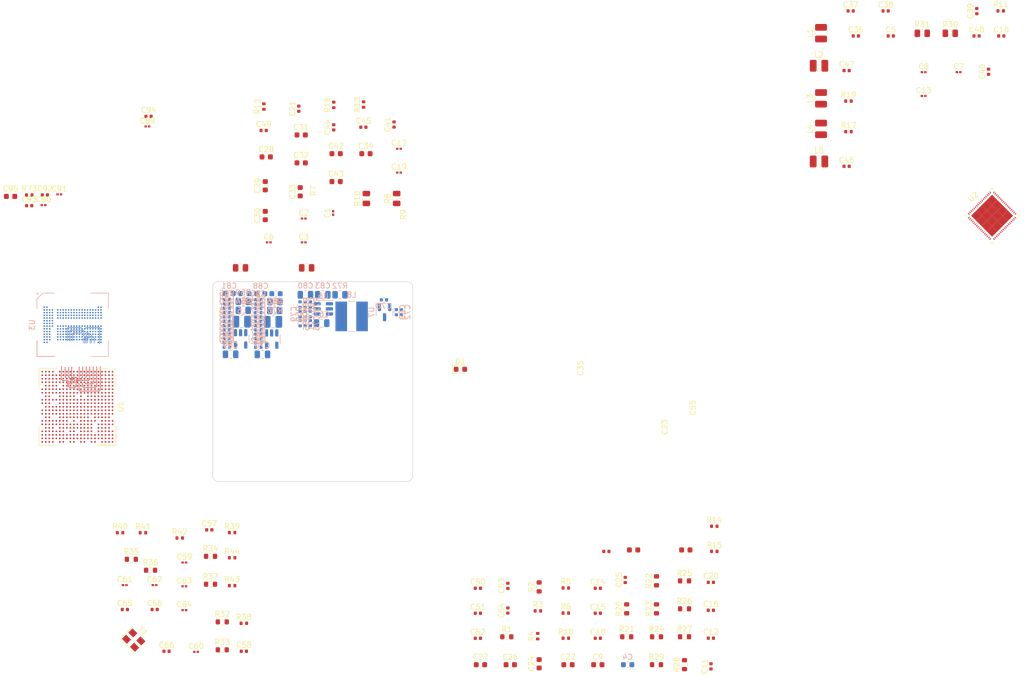
<source format=kicad_pcb>
(kicad_pcb (version 20210228) (generator pcbnew)
  (layers (0 "F.Cu" signal) (1 "In1.Cu" signal) (2 "In2.Cu" signal) (3 "In3.Cu" signal) (4 "In4.Cu" signal) (31 "B.Cu" signal) (34 "B.Paste" user) (35 "F.Paste" user) (36 "B.SilkS" user "B.Silkscreen") (37 "F.SilkS" user "F.Silkscreen") (38 "B.Mask" user) (39 "F.Mask" user) (44 "Edge.Cuts" user))
  (net 0 "")
  (net 1 "GND")
  (net 2 "BC_VDD_VEPU")
  (net 3 "BC_VDD_ARM")
  (net 4 "BC_VDD_LOGIC")
  (net 5 "BC_VDD_NPU")
  (net 6 "Net-(C5-Pad1)")
  (net 7 "BC_VCC5V0_SYS")
  (net 8 "BC_VDD_LOGIC_P")
  (net 9 "BC_VDD_ARM_P")
  (net 10 "BC_VCC_DDR_P")
  (net 11 "BC_VCC3V3_SYS_P")
  (net 12 "Net-(C35-Pad2)")
  (net 13 "Net-(C36-Pad1)")
  (net 14 "BC_VCC_RTC")
  (net 15 "BC_VCC_BUCK5")
  (net 16 "BC_VCC_3V3_SYS")
  (net 17 "BC_VCC_BUCK5_P")
  (net 18 "BC_VCC_0V8_P")
  (net 19 "BC_VCC1V8_PMU_P")
  (net 20 "BC_VCC0V8_PMU_P")
  (net 21 "BC_VCC_1V8_P")
  (net 22 "BC_VCC_DOVDD_P")
  (net 23 "BCVCC_DVDD_P")
  (net 24 "BC_VCC_AVDD_P")
  (net 25 "BC_VCCIO_SD_P")
  (net 26 "BC_VCC3V3_SD_P")
  (net 27 "Net-(C53-Pad1)")
  (net 28 "BC_VCC5V0_HOST_P")
  (net 29 "Net-(C56-Pad2)")
  (net 30 "Net-(C57-Pad1)")
  (net 31 "Net-(C58-Pad1)")
  (net 32 "Net-(C61-Pad1)")
  (net 33 "Net-(C62-Pad1)")
  (net 34 "Net-(C63-Pad1)")
  (net 35 "Net-(C64-Pad1)")
  (net 36 "Net-(C65-Pad1)")
  (net 37 "Net-(C66-Pad2)")
  (net 38 "BC_VCC_SYSIN")
  (net 39 "Net-(C73-Pad1)")
  (net 40 "Net-(C74-Pad1)")
  (net 41 "Net-(C75-Pad2)")
  (net 42 "Net-(C75-Pad1)")
  (net 43 "Net-(C76-Pad2)")
  (net 44 "Net-(C77-Pad2)")
  (net 45 "Net-(C79-Pad2)")
  (net 46 "BC_VCC5V0_SYS_P")
  (net 47 "Net-(D1-Pad2)")
  (net 48 "Net-(L1-Pad1)")
  (net 49 "Net-(L2-Pad1)")
  (net 50 "Net-(L3-Pad1)")
  (net 51 "Net-(L4-Pad1)")
  (net 52 "Net-(L5-Pad1)")
  (net 53 "BC_VDD_NPU_P")
  (net 54 "Net-(L6-Pad1)")
  (net 55 "BC_VDD_VEPU_P")
  (net 56 "Net-(L7-Pad1)")
  (net 57 "BC_VCC_1V8")
  (net 58 "BC_VCC1V8_PMU")
  (net 59 "Net-(R5-Pad2)")
  (net 60 "BC_VCC3V3_SYS")
  (net 61 "BC_VDD_DDR")
  (net 62 "BC_I2C0_SDA_PMIC")
  (net 63 "BC_I2C0_SCL_PMIC")
  (net 64 "Net-(R13-Pad2)")
  (net 65 "BC_CLK_32K_OUT")
  (net 66 "BC_RESET")
  (net 67 "Net-(R16-Pad2)")
  (net 68 "BC_PMIC_INT")
  (net 69 "Net-(R17-Pad2)")
  (net 70 "BC_PMIC_SLEEP")
  (net 71 "BC_VCC12V_DCIN")
  (net 72 "BC_VCC_0V8")
  (net 73 "BC_VCC0V8_PMU")
  (net 74 "BC_VCC_DOVDD")
  (net 75 "BC_VCC_DVDD")
  (net 76 "BC_VCC_AVDD")
  (net 77 "BC_VCCIO_SD")
  (net 78 "BC_VCC3V3_SD")
  (net 79 "BC_VCC_3V3")
  (net 80 "BC_VCC5V0_HOST")
  (net 81 "Net-(R38-Pad1)")
  (net 82 "Net-(R40-Pad1)")
  (net 83 "Net-(R41-Pad1)")
  (net 84 "Net-(R42-Pad1)")
  (net 85 "BC_PMUIO1_VDD")
  (net 86 "Net-(R43-Pad1)")
  (net 87 "BC_NPU_PWM0_M0")
  (net 88 "Net-(R49-Pad2)")
  (net 89 "Net-(R51-Pad2)")
  (net 90 "BC_EXT_EN_H")
  (net 93 "BC_FOCUS_EN")
  (net 94 "BC_WIFI_WAKE_HOST")
  (net 96 "BC_CLK_REF")
  (net 97 "BC_BT_RST")
  (net 98 "Net-(C89-Pad1)")
  (net 99 "Net-(R73-Pad1)")
  (net 101 "BC_VEPU_PWM1_M0")
  (net 102 "BC_MIC_LED_EN")
  (net 103 "BC_HOST_WAKE_WIFI")
  (net 109 "BC_ZOOM_EN")
  (net 110 "BC_SDMMC0_DET")
  (net 112 "/Storage and RAM/VREF")
  (net 115 "/Storage and RAM/MMC_RST")
  (net 118 "/Storage and RAM/CLK")
  (net 120 "/Storage and RAM/MMC_CMD")
  (net 123 "/Storage and RAM/DQ2")
  (net 124 "/Storage and RAM/DQ7")
  (net 125 "/Storage and RAM/DQ20")
  (net 126 "/Storage and RAM/DQ23")
  (net 127 "/Storage and RAM/DQ3")
  (net 128 "/Storage and RAM/DM0")
  (net 129 "/Storage and RAM/DQS2P")
  (net 130 "/Storage and RAM/DQS2N")
  (net 131 "/Storage and RAM/MMC_D7")
  (net 132 "/Storage and RAM/DQ6")
  (net 133 "/Storage and RAM/DM2")
  (net 134 "/Storage and RAM/DQ22")
  (net 135 "/Storage and RAM/MMC_D6")
  (net 136 "/Storage and RAM/DQS0P")
  (net 137 "/Storage and RAM/DQS0N")
  (net 138 "/Storage and RAM/DQ21")
  (net 139 "/Storage and RAM/MMC_D5")
  (net 140 "/Storage and RAM/DQ0")
  (net 141 "/Storage and RAM/DQ5")
  (net 142 "/Storage and RAM/DQ17")
  (net 143 "/Storage and RAM/DQ16")
  (net 144 "/Storage and RAM/MMC_D4")
  (net 145 "/Storage and RAM/DQ1")
  (net 146 "/Storage and RAM/DQ4")
  (net 147 "/Storage and RAM/DQ19")
  (net 148 "/Storage and RAM/DQ18")
  (net 149 "/Storage and RAM/MMC_D3")
  (net 150 "/Storage and RAM/DQ28")
  (net 151 "/Storage and RAM/DQ10")
  (net 152 "/Storage and RAM/DQ11")
  (net 153 "/Storage and RAM/MMC_D2")
  (net 154 "/Storage and RAM/MMC_D1")
  (net 155 "/Storage and RAM/MMC_D0")
  (net 156 "/Storage and RAM/DQ26")
  (net 157 "/Storage and RAM/DQ29")
  (net 158 "/Storage and RAM/DQ12")
  (net 159 "Net-(U3-PadB12)")
  (net 160 "/Storage and RAM/DQ27")
  (net 161 "/Storage and RAM/DQS1P")
  (net 162 "/Storage and RAM/DQS1N")
  (net 165 "Net-(U3-PadA4)")
  (net 166 "/Storage and RAM/ZQ")
  (net 167 "/Storage and RAM/DQS3N")
  (net 168 "/Storage and RAM/DM1")
  (net 169 "/Storage and RAM/DQ13")
  (net 174 "Net-(U3-PadAA9)")
  (net 175 "Net-(U3-PadAB5)")
  (net 179 "/Storage and RAM/CLKN")
  (net 180 "/Storage and RAM/CLKP")
  (net 181 "/Storage and RAM/DQS3P")
  (net 182 "/Storage and RAM/DQ8")
  (net 183 "/Storage and RAM/DQ9")
  (net 188 "Net-(U3-PadAA3)")
  (net 189 "/Storage and RAM/A0")
  (net 190 "/Storage and RAM/A6")
  (net 191 "/Storage and RAM/CKE")
  (net 193 "/Storage and RAM/DQ15")
  (net 194 "/Storage and RAM/DQ14")
  (net 199 "/Storage and RAM/A2")
  (net 201 "/Storage and RAM/A9")
  (net 202 "/Storage and RAM/A7")
  (net 203 "/Storage and RAM/A1")
  (net 204 "/Storage and RAM/A3")
  (net 206 "/Storage and RAM/CS0")
  (net 207 "/Storage and RAM/DM3")
  (net 208 "/Storage and RAM/DQ31")
  (net 209 "/Storage and RAM/DQ30")
  (net 211 "BC_P_IRIS_EN")
  (net 212 "BC_LCD_BL_PWM3_M0")
  (net 213 "BC_BT_WAKE_HOST")
  (net 219 "/Storage and RAM/A4")
  (net 220 "/Storage and RAM/A8")
  (net 221 "/Storage and RAM/A5")
  (net 223 "/Storage and RAM/ODT")
  (net 224 "/Storage and RAM/DQ25")
  (net 225 "/Storage and RAM/DQ24")
  (net 231 "/Storage and RAM/CS1")
  (net 239 "/Storage and RAM/MMC_CLK")
  (footprint "Capacitor_SMD:C_0603_1608Metric" (layer "F.Cu") (at 103.913237 64.29219)
    (fp_text reference "C28")
    (fp_text value "C22uF")
  )
  (footprint "Capacitor_SMD:C_0201_0603Metric" (layer "F.Cu") (at 88.763603 148.223318)
    (fp_text reference "C64")
    (fp_text value "100nF")
  )
  (footprint "Capacitor_SMD:C_0402_1005Metric" (layer "F.Cu") (at 213.030956 41.888285)
    (fp_text reference "C36")
    (fp_text value "C100nF")
  )
  (footprint "Capacitor_SMD:C_0201_0603Metric" (layer "F.Cu") (at 88.763603 143.813318)
    (fp_text reference "C63")
    (fp_text value "100nF")
  )
  (footprint "Capacitor_SMD:C_0603_1608Metric" (layer "F.Cu") (at 110.208952 70.742191 90)
    (fp_text reference "C33")
    (fp_text value "C22uF")
  )
  (footprint "Resistor_SMD:R_0402_1005Metric" (layer "F.Cu") (at 159.361238 153.426)
    (fp_text reference "R18")
    (fp_text value "100K")
  )
  (footprint "Resistor_SMD:R_0402_1005Metric" (layer "F.Cu") (at 159.361238 144.126)
    (fp_text reference "R5")
    (fp_text value "120K")
  )
  (footprint "Capacitor_SMD:C_0402_1005Metric" (layer "F.Cu") (at 99.774857 155.846)
    (fp_text reference "C58")
    (fp_text value "1uF")
  )
  (footprint "Capacitor_SMD:C_0402_1005Metric" (layer "F.Cu") (at 116.408 58.819333 90)
    (fp_text reference "C44")
    (fp_text value "C1uF")
  )
  (footprint "Resistor_SMD:R_0402_1005Metric" (layer "F.Cu") (at 239.84667 37.248285)
    (fp_text reference "R11")
    (fp_text value "2.2K")
  )
  (footprint "Capacitor_SMD:C_0201_0603Metric" (layer "F.Cu") (at 232.050476 48.591143)
    (fp_text reference "C7")
    (fp_text value "C100nF")
  )
  (footprint "Resistor_SMD:R_0402_1005Metric" (layer "F.Cu") (at 186.836759 132.689904)
    (fp_text reference "R14")
    (fp_text value "10K")
  )
  (footprint "Capacitor_SMD:C_0201_0603Metric" (layer "F.Cu") (at 110.858476 80.115524)
    (fp_text reference "C3")
    (fp_text value "C100nF")
  )
  (footprint "Resistor_SMD:R_0805_2012Metric" (layer "F.Cu") (at 128.05807 71.988022 90)
    (fp_text reference "R8")
    (fp_text value "0.02R")
  )
  (footprint "Resistor_SMD:R_0603_1608Metric" (layer "F.Cu") (at 176.149334 153.166)
    (fp_text reference "R24")
    (fp_text value "0.05R")
  )
  (footprint "Resistor_SMD:R_0603_1608Metric" (layer "F.Cu") (at 170.626001 147.989334 90)
    (fp_text reference "R20")
    (fp_text value "0.05R")
  )
  (footprint "Capacitor_SMD:C_0201_0603Metric" (layer "F.Cu") (at 104.389428 80.115524)
    (fp_text reference "C6")
    (fp_text value "C100nF")
  )
  (footprint "Resistor_SMD:R_0402_1005Metric" (layer "F.Cu") (at 121.934667 54.594095 90)
    (fp_text reference "R13")
    (fp_text value "0R")
  )
  (footprint "Resistor_SMD:R_0402_1005Metric" (layer "F.Cu") (at 60.065 71.345)
    (fp_text reference "R73")
    (fp_text value "240R")
  )
  (footprint "Resistor_SMD:R_0603_1608Metric" (layer "F.Cu") (at 95.782 155.576)
    (fp_text reference "R33")
    (fp_text value "0,1R")
  )
  (footprint "Capacitor_SMD:C_0402_1005Metric" (layer "F.Cu") (at 143.086476 144.176)
    (fp_text reference "C50")
    (fp_text value "C1uF")
  )
  (footprint "Capacitor_SMD:C_0402_1005Metric" (layer "F.Cu") (at 85.462952 155.846)
    (fp_text reference "C66")
    (fp_text value "100nF")
  )
  (footprint "Capacitor_SMD:C_0201_0603Metric" (layer "F.Cu") (at 81.925 58.645)
    (fp_text reference "C89")
    (fp_text value "100nF")
  )
  (footprint "Capacitor_SMD:C_0201_0603Metric" (layer "F.Cu") (at 116.298 74.676 90)
    (fp_text reference "C1")
    (fp_text value "C100nF")
  )
  (footprint "Resistor_SMD:R_0402_1005Metric" (layer "F.Cu") (at 154.191238 148.37219)
    (fp_text reference "R3")
    (fp_text value "100R")
  )
  (footprint "Inductor_SMD:L_1008_2520Metric" (layer "F.Cu") (at 206.591432 53.443047 90)
    (fp_text reference "L3")
    (fp_text value "470nH")
  )
  (footprint "Capacitor_SMD:C_0402_1005Metric" (layer "F.Cu") (at 170.356001 142.639334 90)
    (fp_text reference "C25")
    (fp_text value "C10uF")
  )
  (footprint "Capacitor_SMD:C_0402_1005Metric" (layer "F.Cu") (at 82.135 56.785)
    (fp_text reference "C94")
    (fp_text value "1uF")
  )
  (footprint "Capacitor_SMD:C_0603_1608Metric" (layer "F.Cu") (at 56.605 71.605)
    (fp_text reference "C95")
    (fp_text value "10uF")
  )
  (footprint "Capacitor_SMD:C_0402_1005Metric" (layer "F.Cu") (at 165.282667 144.176)
    (fp_text reference "C14")
    (fp_text value "C10uF")
  )
  (footprint "Resistor_SMD:R_0603_1608Metric" (layer "F.Cu") (at 181.332667 153.152667)
    (fp_text reference "R27")
    (fp_text value "0.05R")
  )
  (footprint "Capacitor_SMD:C_0201_0603Metric" (layer "F.Cu") (at 77.730269 143.593318)
    (fp_text reference "C61")
    (fp_text value "100nF")
  )
  (footprint "Resistor_SMD:R_0402_1005Metric" (layer "F.Cu") (at 211.673813 53.947809)
    (fp_text reference "R19")
    (fp_text value "27K")
  )
  (footprint "Capacitor_SMD:C_0402_1005Metric" (layer "F.Cu") (at 211.328099 48.298285)
    (fp_text reference "C47")
    (fp_text value "C1uF")
  )
  (footprint "Capacitor_SMD:C_0402_1005Metric" (layer "F.Cu") (at 165.282667 153.436)
    (fp_text reference "C18")
    (fp_text value "C10uF")
  )
  (footprint "Resistor_SMD:R_0603_1608Metric" (layer "F.Cu") (at 176.149334 158.336)
    (fp_text reference "R29")
    (fp_text value "0.05R")
  )
  (footprint "Capacitor_SMD:C_0402_1005Metric" (layer "F.Cu") (at 109.938952 55.361714 90)
    (fp_text reference "C21")
    (fp_text value "C1uF")
  )
  (footprint "Resistor_SMD:R_0402_1005Metric" (layer "F.Cu") (at 99.774857 150.666)
    (fp_text reference "R38")
    (fp_text value "22R")
  )
  (footprint "Capacitor_SMD:C_0201_0603Metric" (layer "F.Cu") (at 225.581428 48.591143)
    (fp_text reference "C8")
    (fp_text value "C100nF")
  )
  (footprint "Capacitor_SMD:C_0402_1005Metric" (layer "F.Cu") (at 143.086476 153.436)
    (fp_text reference "C52")
    (fp_text value "C1uF")
  )
  (footprint "Capacitor_SMD:C_0402_1005Metric" (layer "F.Cu") (at 148.636 143.734571 90)
    (fp_text reference "C53")
    (fp_text value "C1uF")
  )
  (footprint "Capacitor_SMD:C_0201_0603Metric" (layer "F.Cu") (at 65.615 71.225)
    (fp_text reference "C91")
    (fp_text value "100nF")
  )
  (footprint "Capacitor_SMD:C_0402_1005Metric" (layer "F.Cu") (at 186.206477 143.082667)
    (fp_text reference "C20")
    (fp_text value "C1uF")
  )
  (footprint "Capacitor_SMD:C_0201_0603Metric" (layer "F.Cu") (at 128.487594 67.191355)
    (fp_text reference "C19")
    (fp_text value "C100nF")
  )
  (footprint "Capacitor_SMD:C_0603_1608Metric" (layer "F.Cu") (at 159.766 158.336)
    (fp_text reference "C22")
    (fp_text value "C10uF")
  )
  (footprint "Capacitor_SMD:C_0402_1005Metric" (layer "F.Cu") (at 83.270745 148.113318)
    (fp_text reference "C56")
    (fp_text value "C15pF")
  )
  (footprint "Oscillator:Oscillator_SMD_Abracon_ASE-4Pin_3.2x2.5mm" (layer "F.Cu") (at 79.383999 153.772747 -45)
    (fp_text reference "Y1")
    (fp_text value "24Mhz")
  )
  (footprint "Resistor_SMD:R_0603_1608Metric" (layer "F.Cu") (at 93.613603 143.433318)
    (fp_text reference "R37")
    (fp_text value "0,1R")
  )
  (footprint "Inductor_SMD:L_1008_2520Metric" (layer "F.Cu") (at 206.591432 59.102571 90)
    (fp_text reference "L4")
    (fp_text value "470nH")
  )
  (footprint "Capacitor_SMD:C_0402_1005Metric" (layer "F.Cu") (at 235.383337 41.888285)
    (fp_text reference "C48")
    (fp_text value "C1uF")
  )
  (footprint "Capacitor_SMD:C_0402_1005Metric" (layer "F.Cu") (at 165.282667 148.806)
    (fp_text reference "C15")
    (fp_text value "C10uF")
  )
  (footprint "Resistor_SMD:R_0603_1608Metric" (layer "F.Cu") (at 181.326001 158.329334 90)
    (fp_text reference "R28")
    (fp_text value "0.05R")
  )
  (footprint "Resistor_SMD:R_0402_1005Metric" (layer "F.Cu") (at 116.418 54.659809 90)
    (fp_text reference "R16")
    (fp_text value "0R")
  )
  (footprint "Capacitor_SMD:C_0402_1005Metric" (layer "F.Cu") (at 127.56807 58.294212 90)
    (fp_text reference "C41")
    (fp_text value "C1uF")
  )
  (footprint "Inductor_SMD:L_1008_2520Metric" (layer "F.Cu") (at 206.216194 47.408285)
    (fp_text reference "L2")
    (fp_text value "470nH")
  )
  (footprint "Capacitor_SMD:C_0402_1005Metric" (layer "F.Cu") (at 93.375508 133.363318)
    (fp_text reference "C57")
    (fp_text value "1uF")
  )
  (footprint "Capacitor_SMD:C_0603_1608Metric" (layer "F.Cu") (at 116.851333 63.686476)
    (fp_text reference "C42")
    (fp_text value "C10uF")
  )
  (footprint "Capacitor_SMD:C_0603_1608Metric" (layer "F.Cu") (at 116.851333 68.856476)
    (fp_text reference "C43")
    (fp_text value "C22uF")
  )
  (footprint "Resistor_SMD:R_0603_1608Metric" (layer "F.Cu") (at 82.511 140.844)
    (fp_text reference "R36")
    (fp_text value "0,1R")
  )
  (footprint "Capacitor_SMD:C_0402_1005Metric" (layer "F.Cu") (at 186.226001 158.638857 90)
    (fp_text reference "C11")
    (fp_text value "C1uF")
  )
  (footprint "Inductor_SMD:L_1008_2520Metric" (layer "F.Cu") (at 206.591432 41.373523 90)
    (fp_text reference "L1")
    (fp_text value "470nH")
  )
  (footprint "Capacitor_SMD:C_0201_0603Metric" (layer "F.Cu") (at 88.763603 139.403318)
    (fp_text reference "C59")
    (fp_text value "100nF")
  )
  (footprint "Capacitor_SMD:C_0402_1005Metric" (layer "F.Cu") (at 103.437047 59.39219)
    (fp_text reference "C49")
    (fp_text value "C1uF")
  )
  (footprint "Capacitor_SMD:C_0603_1608Metric" (layer "F.Cu") (at 171.906045 137.079904)
    (fp_text reference "C23")
    (fp_text value "C10uF")
  )
  (footprint "Capacitor_SMD:C_0402_1005Metric" (layer "F.Cu") (at 77.754078 148.113318)
    (fp_text reference "C65")
    (fp_text value "C15pF")
  )
  (footprint "Capacitor_SMD:C_0603_1608Metric" (layer "F.Cu") (at 103.739904 69.635524 90)
    (fp_text reference "C29")
    (fp_text value "C22uF")
  )
  (footprint "Capacitor_SMD:C_0402_1005Metric" (layer "F.Cu") (at 239.947623 41.888285)
    (fp_text reference "C10")
    (fp_text value "C1uF")
  )
  (footprint "Capacitor_SMD:C_0402_1005Metric" (layer "F.Cu") (at 121.89181 58.786476)
    (fp_text reference "C45")
    (fp_text value "C1uF")
  )
  (footprint "Capacitor_SMD:C_0201_0603Metric" (layer "F.Cu") (at 90.932 155.956)
    (fp_text reference "C60")
    (fp_text value "100nF")
  )
  (footprint "Capacitor_SMD:C_0603_1608Metric" (layer "F.Cu") (at 122.368 63.686476)
    (fp_text reference "C34")
    (fp_text value "C22uF")
  )
  (footprint "Resistor_SMD:R_0805_2012Metric" (layer "F.Cu") (at 111.4025 84.836)
    (fp_text reference "R9")
    (fp_text value "0.02R")
  )
  (footprint "Resistor_SMD:R_0402_1005Metric" (layer "F.Cu") (at 103.479904 54.961714 90)
    (fp_text reference "R12")
    (fp_text value "2.2K")
  )
  (footprint "Capacitor_SMD:C_0603_1608Metric" (layer "F.Cu") (at 154.422667 158.162667 90)
    (fp_text reference "C24")
    (fp_text value "C10uF")
  )
  (footprint "Capacitor_SMD:C_0603_1608Metric" (layer "F.Cu") (at 110.382285 65.398857)
    (fp_text reference "C32")
    (fp_text value "C10uF")
  )
  (footprint "Capacitor_SMD:C_0402_1005Metric" (layer "F.Cu") (at 186.206477 148.252667)
    (fp_text reference "C16")
    (fp_text value "C1uF")
  )
  (footprint "Capacitor_SMD:C_0402_1005Metric" (layer "F.Cu") (at 211.328099 66.027333)
    (fp_text reference "C46")
    (fp_text value "C1uF")
  )
  (footprint "berryflight:QFN-68_EP_7x7_Pitch0.35mm" (layer "F.Cu") (at 238.252 75.184 45)
    (fp_text reference "U2")
    (fp_text value "RK809")
  )
  (footprint "Resistor_SMD:R_0805_2012Metric" (layer "F.Cu") (at 225.326194 41.398285)
    (fp_text reference "R31")
    (fp_text value "0.02R")
  )
  (footprint "Capacitor_SMD:C_0603_1608Metric" (layer "F.Cu") (at 165.282667 158.336)
    (fp_text reference "C9")
    (fp_text value "C10uF")
  )
  (footprint "Capacitor_SMD:C_0603_1608Metric" (layer "F.Cu") (at 181.563378 137.079904)
    (fp_text reference "C55")
    (fp_text value "C22uF")
  )
  (footprint "Capacitor_SMD:C_0402_1005Metric" (layer "F.Cu") (at 235.416194 37.291142 90)
    (fp_text reference "C39")
    (fp_text value "C1uF")
  )
  (footprint "Capacitor_SMD:C_0402_1005Metric" (layer "F.Cu") (at 143.086476 148.806)
    (fp_text reference "C51")
    (fp_text value "C1uF")
  )
  (footprint "Capacitor_SMD:C_0402_1005Metric" (layer "F.Cu") (at 219.500004 41.888285)
    (fp_text reference "C5")
    (fp_text value "C100nF")
  )
  (footprint "Capacitor_SMD:C_0402_1005Metric" (layer "F.Cu") (at 60.045 73.325)
    (fp_text reference "C93")
    (fp_text value "1uF")
  )
  (footprint "Capacitor_SMD:C_0402_1005Metric" (layer "F.Cu") (at 62.955 71.335)
    (fp_text reference "C92")
    (fp_text value "1uF")
  )
  (footprint "Capacitor_SMD:C_0201_0603Metric" (layer "F.Cu") (at 83.246936 143.593318)
    (fp_text reference "C62")
    (fp_text value "100nF")
  )
  (footprint "Resistor_SMD:R_0402_1005Metric" (layer "F.Cu") (at 159.361238 148.776)
    (fp_text reference "R6")
    (fp_text value "110K")
  )
  (footprint "Capacitor_SMD:C_0603_1608Metric" (layer "F.Cu") (at 103.739904 75.152191 90)
    (fp_text reference "C30")
    (fp_text value "C22uF")
  )
  (footprint "Resistor_SMD:R_0402_1005Metric" (layer "F.Cu") (at 76.873126 133.893318)
    (fp_text reference "R40")
    (fp_text value "0R")
  )
  (footprint "Resistor_SMD:R_0402_1005Metric" (layer "F.Cu") (at 211.673813 59.607333)
    (fp_text reference "R17")
    (fp_text value "0R")
  )
  (footprint "Capacitor_SMD:C_0201_0603Metric" (layer "F.Cu") (at 62.705 73.215)
    (fp_text reference "C90")
    (fp_text value "100nF")
  )
  (footprint "Resistor_SMD:R_0603_1608Metric" (layer "F.Cu") (at 78.955 138.812)
    (fp_text reference "R35")
    (fp_text value "0,1R")
  )
  (footprint "Resistor_SMD:R_0805_2012Metric" (layer "F.Cu") (at 230.509527 41.398285)
    (fp_text reference "R30")
    (fp_text value "0.02R")
  )
  (footprint "Resistor_SMD:R_0402_1005Metric" (layer "F.Cu") (at 97.60646 133.873318)
    (fp_text reference "R39")
    (fp_text value "1M")
  )
  (footprint "berryflight:RV1126" (layer "F.Cu") (at 68.97 110.57 -90)
    (fp_text reference "U1")
    (fp_text value "RV1126")
  )
  (footprint "Capacitor_SMD:C_0201_0603Metric" (layer "F.Cu") (at 110.858476 75.705524)
    (fp_text reference "C2")
    (fp_text value "C100nF")
  )
  (footprint "Resistor_SMD:R_0402_1005Metric" (layer "F.Cu") (at 154.162667 153.050762 90)
    (fp_text reference "R4")
    (fp_text value "100R")
  )
  (footprint "Capacitor_SMD:C_0402_1005Metric" (layer "F.Cu") (at 218.547623 37.258285)
    (fp_text reference "C38")
    (fp_text value "C1uF")
  )
  (footprint "Capacitor_SMD:C_0402_1005Metric" (layer "F.Cu") (at 166.865569 137.349904)
    (fp_text reference "C35")
    (fp_text value "C1uF")
  )
  (footprint "Capacitor_SMD:C_0402_1005Metric" (layer "F.Cu") (at 148.636 148.298857 90)
    (fp_text reference "C54")
    (fp_text value "C1uF")
  )
  (footprint "Capacitor_SMD:C_0402_1005Metric" (layer "F.Cu") (at 212.078575 37.258285)
    (fp_text reference "C37")
    (fp_text value "C1uF")
  )
  (footprint "Resistor_SMD:R_0603_1608Metric" (layer "F.Cu") (at 95.782 150.406)
    (fp_text reference "R32")
    (fp_text value "0,1R")
  )
  (footprint "Resistor_SMD:R_0603_1608Metric" (layer "F.Cu") (at 93.613603 138.263318)
    (fp_text reference "R34")
    (fp_text value "0,1R")
  )
  (footprint "Inductor_SMD:L_1008_2520Metric" (layer "F.Cu") (at 206.216194 65.137333)
    (fp_text reference "L5")
    (fp_text value "470nH")
  )
  (footprint "Resistor_SMD:R_0402_1005Metric" (layer "F.Cu") (at 81.104078 133.893318)
    (fp_text reference "R41")
    (fp_text value "0R")
  )
  (footprint "Resistor_SMD:R_0603_1608Metric" (layer "F.Cu") (at 176.142668 142.806001 90)
    (fp_text reference "R22")
    (fp_text value "0.05R")
  )
  (footprint "Resistor_SMD:R_0402_1005Metric" (layer "F.Cu") (at 186.836759 137.339904)
    (fp_text reference "R15")
    (fp_text value "10K")
  )
  (footprint "Capacitor_SMD:C_0603_1608Metric" (layer "F.Cu") (at 149.079333 158.336)
    (fp_text reference "C26")
    (fp_text value "C10uF")
  )
  (footprint "Capacitor_SMD:C_0201_0603Metric" (layer "F.Cu") (at 128.487594 62.781355)
    (fp_text reference "C17")
    (fp_text value "C100nF")
  )
  (footprint "Resistor_SMD:R_0805_2012Metric" (layer "F.Cu") (at 122.44807 71.988022 90)
    (fp_text reference "R10")
    (fp_text value "0.02R")
  )
  (footprint "Resistor_SMD:R_0402_1005Metric" (layer "F.Cu") (at 87.90646 134.873318)
    (fp_text reference "R42")
    (fp_text value "0R")
  )
  (footprint "Resistor_SMD:R_0603_1608Metric" (layer "F.Cu") (at 181.332667 142.812667)
    (fp_text reference "R25")
    (fp_text value "0.05R")
  )
  (footprint "Resistor_SMD:R_0603_1608Metric" (layer "F.Cu") (at 170.632667 153.166)
    (fp_text reference "R21")
    (fp_text value "0.05R")
  )
  (footprint "LED_SMD:LED_0603_1608Metric" (layer "F.Cu") (at 139.85 103.62)
    (fp_text reference "D1")
    (fp_text value "LED")
  )
  (footprint "Capacitor_SMD:C_0402_1005Metric" (layer "F.Cu") (at 186.206477 153.422667)
    (fp_text reference "C12")
    (fp_text value "C1uF")
  )
  (footprint "Capacitor_SMD:C_0603_1608Metric" (layer "F.Cu") (at 110.382285 60.228857)
    (fp_text reference "C31")
    (fp_text value "C22uF")
  )
  (footprint "Resistor_SMD:R_0402_1005Metric" (layer "F.Cu") (at 97.60646 143.693318)
    (fp_text reference "R43")
    (fp_text value "10K")
  )
  (footprint "Resistor_SMD:R_0603_1608Metric" (layer "F.Cu") (at 181.332667 147.982667)
    (fp_text reference "R26")
    (fp_text value "0.05R")
  )
  (footprint "Resistor_SMD:R_0805_2012Metric" (layer "F.Cu") (at 99.1635 84.836)
    (fp_text reference "R7")
    (fp_text value "0.02R")
  )
  (footprint "Capacitor_SMD:C_0402_1005Metric" (layer "F.Cu") (at 237.6 48.514 90)
    (fp_text reference "C40")
    (fp_text value "C1uF")
  )
  (footprint "Resistor_SMD:R_0603_1608Metric" (layer "F.Cu") (at 176.142668 147.989334 90)
    (fp_text reference "R23")
    (fp_text value "0.05R")
  )
  (footprint "Resistor_SMD:R_0603_1608Metric" (layer "F.Cu") (at 148.436476 153.166)
    (fp_text reference "R1")
    (fp_text value "0.1R")
  )
  (footprint "Resistor_SMD:R_0603_1608Metric" (layer "F.Cu") (at 154.422667 143.931714 90)
    (fp_text reference "R2")
    (fp_text value "0.1R")
  )
  (footprint "Resistor_SMD:R_0402_1005Metric" (layer "F.Cu") (at 97.60646 138.523318)
    (fp_text reference "R44")
    (fp_text value "0R")
  )
  (footprint "Capacitor_SMD:C_0201_0603Metric" (layer "F.Cu") (at 225.581428 53.001143)
    (fp_text reference "C13")
    (fp_text value "C100nF")
  )
  (footprint "Capacitor_SMD:C_0603_1608Metric" (layer "F.Cu") (at 143.562666 158.336)
    (fp_text reference "C27")
    (fp_text value "C10uF")
  )
  (footprint "Inductor_SMD:L_TracoPower_TCK-047_5.2x5.8mm" (layer "B.Cu") (at 119.725 93.83 180)
    (fp_text reference "L8")
    (fp_text value "4.7uH")
  )
  (footprint "Resistor_SMD:R_0402_1005Metric" (layer "B.Cu") (at 96.625 97.121816 180)
    (fp_text reference "R46")
    (fp_text value "18K")
  )
  (footprint "Resistor_SMD:R_0402_1005Metric" (layer "B.Cu") (at 102.451 92.33 180)
    (fp_text reference "R63")
    (fp_text value "33K")
  )
  (footprint "Capacitor_SMD:C_0603_1608Metric" (layer "B.Cu") (at 170.799334 158.336 180)
    (fp_text reference "C4")
    (fp_text value "C10uF")
  )
  (footprint "Capacitor_SMD:C_0402_1005Metric" (layer "B.Cu") (at 111.125 95.08 90)
    (fp_text reference "C71")
    (fp_text value "100nF")
  )
  (footprint "Capacitor_SMD:C_0603_1608Metric" (layer "B.Cu") (at 105.725 89.63)
    (fp_text reference "C82")
    (fp_text value "22uF")
  )
  (footprint "Resistor_SMD:R_0402_1005Metric" (layer "B.Cu") (at 110.175 91.65 90)
    (fp_text reference "R68")
    (fp_text value "2K")
  )
  (footprint "Capacitor_SMD:C_0402_1005Metric" (layer "B.Cu") (at 112.075 95.08 90)
    (fp_text reference "C75")
    (fp_text value "100nF")
  )
  (footprint "Resistor_SMD:R_0402_1005Metric" (layer "B.Cu") (at 102.451 97.13 180)
    (fp_text reference "R57")
    (fp_text value "249K")
  )
  (footprint "Resistor_SMD:R_0805_2012Metric" (layer "B.Cu") (at 105.475 92.73 180)
    (fp_text reference "R66")
    (fp_text value "0.02R")
  )
  (footprint "Resistor_SMD:R_0402_1005Metric" (layer "B.Cu") (at 96.625 96.319089 180)
    (fp_text reference "R53")
    (fp_text value "15K")
  )
  (footprint "Resistor_SMD:R_0402_1005Metric" (layer "B.Cu") (at 96.625 97.924543 180)
    (fp_text reference "R45")
    (fp_text value "47K")
  )
  (footprint "Resistor_SMD:R_0805_2012Metric" (layer "B.Cu") (at 99.675 91.05 180)
    (fp_text reference "R69")
    (fp_text value "0.02R")
  )
  (footprint "Resistor_SMD:R_0402_1005Metric" (layer "B.Cu") (at 96.625 99.529997 180)
    (fp_text reference "R49")
    (fp_text value "20K")
  )
  (footprint "Resistor_SMD:R_0402_1005Metric" (layer "B.Cu") (at 96.625 90.7 180)
    (fp_text reference "R65")
    (fp_text value "100K")
  )
  (footprint "Capacitor_SMD:C_0402_1005Metric" (layer "B.Cu") (at 111.125 91.67 90)
    (fp_text reference "C86")
    (fp_text value "100nF")
  )
  (footprint "Capacitor_SMD:C_0402_1005Metric" (layer "B.Cu") (at 127.994 93.05 90)
    (fp_text reference "C68")
    (fp_text value "1uF")
  )
  (footprint "Resistor_SMD:R_0402_1005Metric" (layer "B.Cu") (at 96.625 92.305454 180)
    (fp_text reference "R60")
    (fp_text value "100R")
  )
  (footprint "Resistor_SMD:R_0805_2012Metric" (layer "B.Cu") (at 105.525 91.08)
    (fp_text reference "R70")
    (fp_text value "0.02R")
  )
  (footprint "Resistor_SMD:R_0402_1005Metric" (layer "B.Cu") (at 112.075 91.65 90)
    (fp_text reference "R71")
    (fp_text value "DNP")
  )
  (footprint "Capacitor_SMD:C_0603_1608Metric" (layer "B.Cu") (at 97.05 89.6 180)
    (fp_text reference "C81")
    (fp_text value "22uF")
  )
  (footprint "Capacitor_SMD:C_0402_1005Metric" (layer "B.Cu") (at 96.605 91.502727 180)
    (fp_text reference "C84")
    (fp_text value "100nF")
  )
  (footprint "Package_TO_SOT_SMD:SOT-23" (layer "B.Cu") (at 125.818 93.05 -90)
    (fp_text reference "U7")
    (fp_text value "SGM2203-5.0")
  )
  (footprint "Package_TO_SOT_SMD:SOT-23-5" (layer "B.Cu") (at 104.925 98.03 -90)
    (fp_text reference "U5")
    (fp_text value "SY8089AAAC")
  )
  (footprint "Capacitor_SMD:C_0603_1608Metric" (layer "B.Cu") (at 99.925 89.6)
    (fp_text reference "C87")
    (fp_text value "22uF")
  )
  (footprint "Resistor_SMD:R_0402_1005Metric" (layer "B.Cu") (at 102.451 95.53 180)
    (fp_text reference "R54")
    (fp_text value "15K")
  )
  (footprint "Resistor_SMD:R_0402_1005Metric" (layer "B.Cu") (at 102.451 99.53 180)
    (fp_text reference "R52")
    (fp_text value "10K")
  )
  (footprint "Resistor_SMD:R_0402_1005Metric" (layer "B.Cu") (at 96.625 93.108181 180)
    (fp_text reference "R61")
    (fp_text value "33K")
  )
  (footprint "Resistor_SMD:R_0402_1005Metric" (layer "B.Cu") (at 96.625 98.72727 180)
    (fp_text reference "R50")
    (fp_text value "10K")
  )
  (footprint "Capacitor_SMD:C_0402_1005Metric" (layer "B.Cu") (at 110.193 93.388 -90)
    (fp_text reference "C79")
    (fp_text value "22pF")
  )
  (footprint "Capacitor_SMD:C_0402_1005Metric" (layer "B.Cu") (at 102.431 93.93 180)
    (fp_text reference "C77")
    (fp_text value "100pF")
  )
  (footprint "Capacitor_SMD:C_0805_2012Metric" (layer "B.Cu") (at 97.325 100.85 180)
    (fp_text reference "C69")
    (fp_text value "10uF")
  )
  (footprint "Capacitor_SMD:C_0402_1005Metric" (layer "B.Cu") (at 96.605 95.516362 180)
    (fp_text reference "C73")
    (fp_text value "10nF")
  )
  (footprint "Capacitor_SMD:C_0402_1005Metric" (layer "B.Cu") (at 128.9 93.05 90)
    (fp_text reference "C72")
    (fp_text value "100nF")
  )
  (footprint "Resistor_SMD:R_0402_1005Metric" (layer "B.Cu") (at 102.451 98.73 180)
    (fp_text reference "R51")
    (fp_text value "20K")
  )
  (footprint "Resistor_SMD:R_0402_1005Metric" (layer "B.Cu") (at 102.451 97.93 180)
    (fp_text reference "R47")
    (fp_text value "47K")
  )
  (footprint "Resistor_SMD:R_0402_1005Metric" (layer "B.Cu") (at 111.125 93.388 -90)
    (fp_text reference "R59")
    (fp_text value "10K")
  )
  (footprint "Capacitor_SMD:C_0402_1005Metric" (layer "B.Cu") (at 102.431 90.73 180)
    (fp_text reference "C85")
    (fp_text value "100nF")
  )
  (footprint "Capacitor_SMD:C_0402_1005Metric" (layer "B.Cu") (at 125.708 90.764)
    (fp_text reference "C78")
    (fp_text value "1uF")
  )
  (footprint "Inductor_SMD:L_1008_2520Metric" (layer "B.Cu") (at 99.375 94.8 180)
    (fp_text reference "L6")
    (fp_text value "2.2uH")
  )
  (footprint "Package_TO_SOT_SMD:TSOT-23-6" (layer "B.Cu") (at 114.475 92.43 180)
    (fp_text reference "U6")
    (fp_text value "SY8113B")
  )
  (footprint "Capacitor_SMD:C_0805_2012Metric" (layer "B.Cu") (at 114.375 89.83 180)
    (fp_text reference "C83")
    (fp_text value "10uF")
  )
  (footprint "Capacitor_SMD:C_0402_1005Metric" (layer "B.Cu") (at 102.431 94.73 180)
    (fp_text reference "C74")
    (fp_text value "10nF")
  )
  (footprint "Capacitor_SMD:C_0402_1005Metric" (layer "B.Cu") (at 96.605 93.910908 180)
    (fp_text reference "C76")
    (fp_text value "100pF")
  )
  (footprint "Resistor_SMD:R_0402_1005Metric" (layer "B.Cu") (at 110.193 95.078 90)
    (fp_text reference "R55")
    (fp_text value "100K")
  )
  (footprint "Resistor_SMD:R_0402_1005Metric" (layer "B.Cu") (at 112.075 93.388 -90)
    (fp_text reference "R58")
    (fp_text value "76.8K")
  )
  (footprint "Capacitor_SMD:C_0805_2012Metric" (layer "B.Cu") (at 111.175 89.83 180)
    (fp_text reference "C80")
    (fp_text value "22pF")
  )
  (footprint "Resistor_SMD:R_0402_1005Metric" (layer "B.Cu") (at 102.451 96.33 180)
    (fp_text reference "R48")
    (fp_text value "18K")
  )
  (footprint "Package_TO_SOT_SMD:SOT-23-5" (layer "B.Cu") (at 99.175 97.9875 -90)
    (fp_text reference "U4")
    (fp_text value "SY8089AAAC")
  )
  (footprint "Capacitor_SMD:C_0805_2012Metric" (layer "B.Cu") (at 114.175 95.08 180)
    (fp_text reference "C67")
    (fp_text value "10uF")
  )
  (footprint "berryflight:BGA-221" (layer "B.Cu") (at 68.09 95.38 -90)
    (fp_text reference "U3")
    (fp_text value "NCEPNA6M4-0808")
  )
  (footprint "Capacitor_SMD:C_0603_1608Metric" (layer "B.Cu") (at 102.875 89.63 180)
    (fp_text reference "C88")
    (fp_text value "22uF")
  )
  (footprint "Resistor_SMD:R_0805_2012Metric" (layer "B.Cu") (at 99.675 92.7 180)
    (fp_text reference "R64")
    (fp_text value "0.02R")
  )
  (footprint "Inductor_SMD:L_1008_2520Metric" (layer "B.Cu") (at 105.175 94.83 180)
    (fp_text reference "L7")
    (fp_text value "2.2uH")
  )
  (footprint "Resistor_SMD:R_0402_1005Metric" (layer "B.Cu") (at 102.451 93.13 180)
    (fp_text reference "R62")
    (fp_text value "100R")
  )
  (footprint "Resistor_SMD:R_0402_1005Metric" (layer "B.Cu") (at 102.451 91.53 180)
    (fp_text reference "R67")
    (fp_text value "100K")
  )
  (footprint "Resistor_SMD:R_0805_2012Metric" (layer "B.Cu") (at 117.575 89.83 180)
    (fp_text reference "R72")
    (fp_text value "0.02R")
  )
  (footprint "Capacitor_SMD:C_0805_2012Metric" (layer "B.Cu") (at 103.209 100.866 180)
    (fp_text reference "C70")
    (fp_text value "10uF")
  )
  (footprint "Resistor_SMD:R_0402_1005Metric" (layer "B.Cu") (at 96.625 94.713635 180)
    (fp_text reference "R56")
    (fp_text value "249K")
  )
  (gr_line (start 95.022952 87.394763) (end 130.022952 87.394763) (layer "Edge.Cuts") (width 0.1))
  (gr_line (start 130.022952 124.394763) (end 95.022952 124.394763) (layer "Edge.Cuts") (width 0.1))
  (gr_arc (start 95.022952 88.394763) (end 95.022952 87.394763) (angle -90) (layer "Edge.Cuts") (width 0.1))
  (gr_line (start 94.022952 123.394763) (end 94.022952 88.394763) (layer "Edge.Cuts") (width 0.1))
  (gr_arc (start 130.022952 123.394763) (end 130.022952 124.394763) (angle -90) (layer "Edge.Cuts") (width 0.1))
  (gr_arc (start 130.022952 88.394763) (end 130.022952 87.394763) (angle 90) (layer "Edge.Cuts") (width 0.1))
  (gr_arc (start 95.022952 123.394763) (end 94.022952 123.394763) (angle -90) (layer "Edge.Cuts") (width 0.1))
  (gr_line (start 131.022952 88.394763) (end 131.022952 123.394763) (layer "Edge.Cuts") (width 0.1))
  (segment (start 71.25 103.14) (end 71.25 105.51) (width 0.1) (layer "F.Cu") (net 123))
  (segment (start 67.02 106.22) (end 67.02 106.02) (width 0.1) (layer "F.Cu") (net 123))
  (segment (start 69.32 105.77) (end 68.83 105.77) (width 0.1) (layer "F.Cu") (net 123))
  (segment (start 68.47 107.01) (end 67.53 107.01) (width 0.1) (layer "F.Cu") (net 123))
  (segment (start 68.83 105.77) (end 68.7 105.9) (width 0.1) (layer "F.Cu") (net 123))
  (segment (start 68.7 106.78) (end 68.47 107.01) (width 0.1) (layer "F.Cu") (net 123))
  (segment (start 67.53 107.01) (end 67.33 106.81) (width 0.1) (layer "F.Cu") (net 123))
  (segment (start 69.42 105.67) (end 69.4 105.69) (width 0.1) (layer "F.Cu") (net 123))
  (segment (start 69.42 105.67) (end 69.32 105.77) (width 0.1) (layer "F.Cu") (net 123))
  (segment (start 67.33 106.81) (end 67.33 106.53) (width 0.1) (layer "F.Cu") (net 123))
  (segment (start 71.25 105.51) (end 71.09 105.67) (width 0.1) (layer "F.Cu") (net 123))
  (segment (start 68.7 105.9) (end 68.7 106.78) (width 0.1) (layer "F.Cu") (net 123))
  (segment (start 71.09 105.67) (end 69.42 105.67) (width 0.1) (layer "F.Cu") (net 123))
  (segment (start 67.33 106.53) (end 67.02 106.22) (width 0.1) (layer "F.Cu") (net 123))
  (segment (start 71.34 98.13) (end 71.34 98.77) (width 0.1) (layer "B.Cu") (net 123))
  (segment (start 71.34 98.77) (end 71.33 98.78) (width 0.1) (layer "B.Cu") (net 123))
  (segment (start 66.71 105.06) (end 66.71 103.22) (width 0.1) (layer "F.Cu") (net 124))
  (segment (start 67.02 105.37) (end 66.71 105.06) (width 0.1) (layer "F.Cu") (net 124))
  (segment (start 70.09 97.38) (end 70.09 96.47) (width 0.1) (layer "B.Cu") (net 124))
  (segment (start 70.09 96.47) (end 70.01 96.39) (width 0.1) (layer "B.Cu") (net 124))
  (segment (start 67.57 98.4) (end 67.58 98.41) (width 0.1) (layer "B.Cu") (net 124))
  (segment (start 70.01 96.39) (end 67.68 96.39) (width 0.1) (layer "B.Cu") (net 124))
  (segment (start 69.84 97.63) (end 70.09 97.38) (width 0.1) (layer "B.Cu") (net 124))
  (segment (start 67.68 96.39) (end 67.57 96.5) (width 0.1) (layer "B.Cu") (net 124))
  (segment (start 67.57 96.5) (end 67.57 98.4) (width 0.1) (layer "B.Cu") (net 124))
  (segment (start 67.67 106.02) (end 67.67 106.12) (width 0.1) (layer "F.Cu") (net 127))
  (segment (start 67.67 106.02) (end 67.67 105.77) (width 0.1) (layer "F.Cu") (net 127))
  (segment (start 67.92 105.52) (end 67.92 103.27) (width 0.1) (layer "F.Cu") (net 127))
  (segment (start 67.92 103.27) (end 67.98 103.21) (width 0.1) (layer "F.Cu") (net 127))
  (segment (start 67.67 105.77) (end 67.92 105.52) (width 0.1) (layer "F.Cu") (net 127))
  (segment (start 70.84 97.13) (end 70.58 97.39) (width 0.1) (layer "B.Cu") (net 127))
  (segment (start 70.09 98.04) (end 70.09 98.79) (width 0.1) (layer "B.Cu") (net 127))
  (segment (start 70.58 97.39) (end 70.58 97.74) (width 0.1) (layer "B.Cu") (net 127))
  (segment (start 70.25 97.88) (end 70.09 98.04) (width 0.1) (layer "B.Cu") (net 127))
  (segment (start 70.44 97.88) (end 70.25 97.88) (width 0.1) (layer "B.Cu") (net 127))
  (segment (start 70.58 97.74) (end 70.44 97.88) (width 0.1) (layer "B.Cu") (net 127))
  (segment (start 67.67 105.37) (end 67.34 105.04) (width 0.1) (layer "F.Cu") (net 128))
  (segment (start 67.34 105.04) (end 67.34 103.21) (width 0.1) (layer "F.Cu") (net 128))
  (segment (start 69.84 96.63) (end 69.59 96.88) (width 0.1) (layer "B.Cu") (net 128))
  (segment (start 69.59 96.88) (end 68.23 96.88) (width 0.1) (layer "B.Cu") (net 128))
  (segment (start 68.23 96.88) (end 68.09 97.02) (width 0.1) (layer "B.Cu") (net 128))
  (segment (start 68.09 97.02) (end 68.09 98.38) (width 0.1) (layer "B.Cu") (net 128))
  (segment (start 69.3 105.48) (end 69.3 103.17) (width 0.1) (layer "F.Cu") (net 132))
  (segment (start 68.53 105.61) (end 69.17 105.61) (width 0.1) (layer "F.Cu") (net 132))
  (segment (start 68.32 106.02) (end 68.32 105.82) (width 0.1) (layer "F.Cu") (net 132))
  (segment (start 69.17 105.61) (end 69.3 105.48) (width 0.1) (layer "F.Cu") (net 132))
  (segment (start 68.32 105.82) (end 68.53 105.61) (width 0.1) (layer "F.Cu") (net 132))
  (segment (start 70.34 98.13) (end 70.34 98.77) (width 0.1) (layer "B.Cu") (net 132))
  (segment (start 70.34 98.77) (end 70.35 98.78) (width 0.1) (layer "B.Cu") (net 132))
  (segment (start 69.28 107.5) (end 69.44 107.66) (width 0.1) (layer "F.Cu") (net 136))
  (segment (start 69.44 107.66) (end 73 107.66) (width 0.1) (layer "F.Cu") (net 136))
  (segment (start 68.97 106.02) (end 69.28 106.33) (width 0.1) (layer "F.Cu") (net 136))
  (segment (start 73 107.66) (end 73.21 107.45) (width 0.1) (layer "F.Cu") (net 136))
  (segment (start 69.28 106.33) (end 69.28 107.5) (width 0.1) (layer "F.Cu") (net 136))
  (segment (start 73.21 107.45) (end 73.21 103.14) (width 0.1) (layer "F.Cu") (net 136))
  (segment (start 70.35 96.13) (end 70.6 95.88) (width 0.1) (layer "B.Cu") (net 136))
  (segment (start 73 95.88) (end 73.08 95.96) (width 0.1) (layer "B.Cu") (net 136))
  (segment (start 70.6 95.88) (end 73 95.88) (width 0.1) (layer "B.Cu") (net 136))
  (segment (start 70.34 96.13) (end 70.35 96.13) (width 0.1) (layer "B.Cu") (net 136))
  (segment (start 73.08 95.96) (end 73.08 98.94) (width 0.1) (layer "B.Cu") (net 136))
  (segment (start 67.24 105.71) (end 66.22 105.71) (width 0.1) (layer "F.Cu") (net 137))
  (segment (start 66.22 105.71) (end 66.02 105.51) (width 0.1) (layer "F.Cu") (net 137))
  (segment (start 68.07 105.63) (end 67.98 105.72) (width 0.1) (layer "F.Cu") (net 137))
  (segment (start 67.85 106.35) (end 67.47 106.35) (width 0.1) (layer "F.Cu") (net 137))
  (segment (start 68.07 105.19) (end 68.07 105.63) (width 0.1) (layer "F.Cu") (net 137))
  (segment (start 66.02 105.51) (end 66.02 103.03) (width 0.1) (layer "F.Cu") (net 137))
  (segment (start 67.98 106.22) (end 67.85 106.35) (width 0.1) (layer "F.Cu") (net 137))
  (segment (start 68.7 105.1) (end 68.16 105.1) (width 0.1) (layer "F.Cu") (net 137))
  (segment (start 67.47 106.35) (end 67.33 106.21) (width 0.1) (layer "F.Cu") (net 137))
  (segment (start 67.33 106.21) (end 67.33 105.8) (width 0.1) (layer "F.Cu") (net 137))
  (segment (start 67.98 105.72) (end 67.98 106.22) (width 0.1) (layer "F.Cu") (net 137))
  (segment (start 68.97 105.37) (end 68.7 105.1) (width 0.1) (layer "F.Cu") (net 137))
  (segment (start 67.33 105.8) (end 67.24 105.71) (width 0.1) (layer "F.Cu") (net 137))
  (segment (start 68.16 105.1) (end 68.07 105.19) (width 0.1) (layer "F.Cu") (net 137))
  (segment (start 69.84 96.13) (end 69.83 96.13) (width 0.1) (layer "B.Cu") (net 137))
  (segment (start 67.08 96.03) (end 67.08 98.38) (width 0.1) (layer "B.Cu") (net 137))
  (segment (start 69.59 95.88) (end 67.23 95.88) (width 0.1) (layer "B.Cu") (net 137))
  (segment (start 67.23 95.88) (end 67.08 96.03) (width 0.1) (layer "B.Cu") (net 137))
  (segment (start 69.84 96.13) (end 69.59 95.88) (width 0.1) (layer "B.Cu") (net 137))
  (segment (start 69.94 106.86) (end 70.08 107) (width 0.1) (layer "F.Cu") (net 140))
  (segment (start 72.55 106.81) (end 72.55 103.15) (width 0.1) (layer "F.Cu") (net 140))
  (segment (start 72.36 107) (end 72.55 106.81) (width 0.1) (layer "F.Cu") (net 140))
  (segment (start 69.62 106.02) (end 69.94 106.34) (width 0.1) (layer "F.Cu") (net 140))
  (segment (start 69.94 106.34) (end 69.94 106.86) (width 0.1) (layer "F.Cu") (net 140))
  (segment (start 70.08 107) (end 72.36 107) (width 0.1) (layer "F.Cu") (net 140))
  (segment (start 71.84 97.63) (end 72.08 97.87) (width 0.1) (layer "B.Cu") (net 140))
  (segment (start 72.08 97.87) (end 72.08 98.78) (width 0.1) (layer "B.Cu") (net 140))
  (segment (start 72.08 98.78) (end 72.09 98.79) (width 0.1) (layer "B.Cu") (net 140))
  (segment (start 69.95 105.04) (end 69.95 103.15) (width 0.1) (layer "F.Cu") (net 141))
  (segment (start 69.62 105.37) (end 69.95 105.04) (width 0.1) (layer "F.Cu") (net 141))
  (segment (start 70.96 97.88) (end 70.71 97.88) (width 0.1) (layer "B.Cu") (net 141))
  (segment (start 70.34 97.13) (end 70.59 96.88) (width 0.1) (layer "B.Cu") (net 141))
  (segment (start 70.58 98.01) (end 70.58 98.79) (width 0.1) (layer "B.Cu") (net 141))
  (segment (start 70.95 96.88) (end 71.09 97.02) (width 0.1) (layer "B.Cu") (net 141))
  (segment (start 71.09 97.02) (end 71.09 97.75) (width 0.1) (layer "B.Cu") (net 141))
  (segment (start 70.71 97.88) (end 70.58 98.01) (width 0.1) (layer "B.Cu") (net 141))
  (segment (start 70.59 96.88) (end 70.95 96.88) (width 0.1) (layer "B.Cu") (net 141))
  (segment (start 71.09 97.75) (end 70.96 97.88) (width 0.1) (layer "B.Cu") (net 141))
  (segment (start 70.58 106.33) (end 70.58 106.34) (width 0.1) (layer "F.Cu") (net 145))
  (segment (start 71.76 106.34) (end 71.89 106.21) (width 0.1) (layer "F.Cu") (net 145))
  (segment (start 71.89 106.21) (end 71.89 103.16) (width 0.1) (layer "F.Cu") (net 145))
  (segment (start 70.58 106.34) (end 71.76 106.34) (width 0.1) (layer "F.Cu") (net 145))
  (segment (start 70.27 106.02) (end 70.58 106.33) (width 0.1) (layer "F.Cu") (net 145))
  (segment (start 71.34 97.13) (end 71.59 97.38) (width 0.1) (layer "B.Cu") (net 145))
  (segment (start 71.59 97.38) (end 71.59 98.78) (width 0.1) (layer "B.Cu") (net 145))
  (segment (start 70.6 105.04) (end 70.6 103.14) (width 0.1) (layer "F.Cu") (net 146))
  (segment (start 70.27 105.37) (end 70.6 105.04) (width 0.1) (layer "F.Cu") (net 146))
  (segment (start 70.84 98.13) (end 70.84 98.78) (width 0.1) (layer "B.Cu") (net 146))
)
</source>
